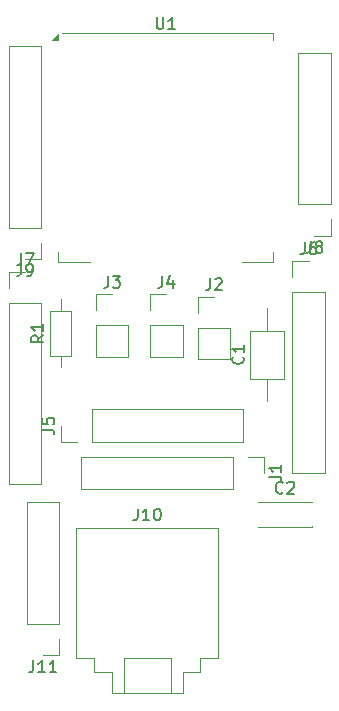
<source format=gbr>
%TF.GenerationSoftware,KiCad,Pcbnew,9.0.7*%
%TF.CreationDate,2026-02-12T01:51:18+01:00*%
%TF.ProjectId,ESP_catphones,4553505f-6361-4747-9068-6f6e65732e6b,rev?*%
%TF.SameCoordinates,Original*%
%TF.FileFunction,Legend,Top*%
%TF.FilePolarity,Positive*%
%FSLAX46Y46*%
G04 Gerber Fmt 4.6, Leading zero omitted, Abs format (unit mm)*
G04 Created by KiCad (PCBNEW 9.0.7) date 2026-02-12 01:51:18*
%MOMM*%
%LPD*%
G01*
G04 APERTURE LIST*
%ADD10C,0.150000*%
%ADD11C,0.120000*%
G04 APERTURE END LIST*
D10*
X24525889Y-56024536D02*
X24525889Y-56738821D01*
X24525889Y-56738821D02*
X24478270Y-56881678D01*
X24478270Y-56881678D02*
X24383032Y-56976917D01*
X24383032Y-56976917D02*
X24240175Y-57024536D01*
X24240175Y-57024536D02*
X24144937Y-57024536D01*
X25525889Y-57024536D02*
X24954461Y-57024536D01*
X25240175Y-57024536D02*
X25240175Y-56024536D01*
X25240175Y-56024536D02*
X25144937Y-56167393D01*
X25144937Y-56167393D02*
X25049699Y-56262631D01*
X25049699Y-56262631D02*
X24954461Y-56310250D01*
X26144937Y-56024536D02*
X26240175Y-56024536D01*
X26240175Y-56024536D02*
X26335413Y-56072155D01*
X26335413Y-56072155D02*
X26383032Y-56119774D01*
X26383032Y-56119774D02*
X26430651Y-56215012D01*
X26430651Y-56215012D02*
X26478270Y-56405488D01*
X26478270Y-56405488D02*
X26478270Y-56643583D01*
X26478270Y-56643583D02*
X26430651Y-56834059D01*
X26430651Y-56834059D02*
X26383032Y-56929297D01*
X26383032Y-56929297D02*
X26335413Y-56976917D01*
X26335413Y-56976917D02*
X26240175Y-57024536D01*
X26240175Y-57024536D02*
X26144937Y-57024536D01*
X26144937Y-57024536D02*
X26049699Y-56976917D01*
X26049699Y-56976917D02*
X26002080Y-56929297D01*
X26002080Y-56929297D02*
X25954461Y-56834059D01*
X25954461Y-56834059D02*
X25906842Y-56643583D01*
X25906842Y-56643583D02*
X25906842Y-56405488D01*
X25906842Y-56405488D02*
X25954461Y-56215012D01*
X25954461Y-56215012D02*
X26002080Y-56119774D01*
X26002080Y-56119774D02*
X26049699Y-56072155D01*
X26049699Y-56072155D02*
X26144937Y-56024536D01*
X39166666Y-33374819D02*
X39166666Y-34089104D01*
X39166666Y-34089104D02*
X39119047Y-34231961D01*
X39119047Y-34231961D02*
X39023809Y-34327200D01*
X39023809Y-34327200D02*
X38880952Y-34374819D01*
X38880952Y-34374819D02*
X38785714Y-34374819D01*
X39785714Y-33803390D02*
X39690476Y-33755771D01*
X39690476Y-33755771D02*
X39642857Y-33708152D01*
X39642857Y-33708152D02*
X39595238Y-33612914D01*
X39595238Y-33612914D02*
X39595238Y-33565295D01*
X39595238Y-33565295D02*
X39642857Y-33470057D01*
X39642857Y-33470057D02*
X39690476Y-33422438D01*
X39690476Y-33422438D02*
X39785714Y-33374819D01*
X39785714Y-33374819D02*
X39976190Y-33374819D01*
X39976190Y-33374819D02*
X40071428Y-33422438D01*
X40071428Y-33422438D02*
X40119047Y-33470057D01*
X40119047Y-33470057D02*
X40166666Y-33565295D01*
X40166666Y-33565295D02*
X40166666Y-33612914D01*
X40166666Y-33612914D02*
X40119047Y-33708152D01*
X40119047Y-33708152D02*
X40071428Y-33755771D01*
X40071428Y-33755771D02*
X39976190Y-33803390D01*
X39976190Y-33803390D02*
X39785714Y-33803390D01*
X39785714Y-33803390D02*
X39690476Y-33851009D01*
X39690476Y-33851009D02*
X39642857Y-33898628D01*
X39642857Y-33898628D02*
X39595238Y-33993866D01*
X39595238Y-33993866D02*
X39595238Y-34184342D01*
X39595238Y-34184342D02*
X39642857Y-34279580D01*
X39642857Y-34279580D02*
X39690476Y-34327200D01*
X39690476Y-34327200D02*
X39785714Y-34374819D01*
X39785714Y-34374819D02*
X39976190Y-34374819D01*
X39976190Y-34374819D02*
X40071428Y-34327200D01*
X40071428Y-34327200D02*
X40119047Y-34279580D01*
X40119047Y-34279580D02*
X40166666Y-34184342D01*
X40166666Y-34184342D02*
X40166666Y-33993866D01*
X40166666Y-33993866D02*
X40119047Y-33898628D01*
X40119047Y-33898628D02*
X40071428Y-33851009D01*
X40071428Y-33851009D02*
X39976190Y-33803390D01*
X14666666Y-34414819D02*
X14666666Y-35129104D01*
X14666666Y-35129104D02*
X14619047Y-35271961D01*
X14619047Y-35271961D02*
X14523809Y-35367200D01*
X14523809Y-35367200D02*
X14380952Y-35414819D01*
X14380952Y-35414819D02*
X14285714Y-35414819D01*
X15047619Y-34414819D02*
X15714285Y-34414819D01*
X15714285Y-34414819D02*
X15285714Y-35414819D01*
X26138095Y-14424819D02*
X26138095Y-15234342D01*
X26138095Y-15234342D02*
X26185714Y-15329580D01*
X26185714Y-15329580D02*
X26233333Y-15377200D01*
X26233333Y-15377200D02*
X26328571Y-15424819D01*
X26328571Y-15424819D02*
X26519047Y-15424819D01*
X26519047Y-15424819D02*
X26614285Y-15377200D01*
X26614285Y-15377200D02*
X26661904Y-15329580D01*
X26661904Y-15329580D02*
X26709523Y-15234342D01*
X26709523Y-15234342D02*
X26709523Y-14424819D01*
X27709523Y-15424819D02*
X27138095Y-15424819D01*
X27423809Y-15424819D02*
X27423809Y-14424819D01*
X27423809Y-14424819D02*
X27328571Y-14567676D01*
X27328571Y-14567676D02*
X27233333Y-14662914D01*
X27233333Y-14662914D02*
X27138095Y-14710533D01*
X30666666Y-36534819D02*
X30666666Y-37249104D01*
X30666666Y-37249104D02*
X30619047Y-37391961D01*
X30619047Y-37391961D02*
X30523809Y-37487200D01*
X30523809Y-37487200D02*
X30380952Y-37534819D01*
X30380952Y-37534819D02*
X30285714Y-37534819D01*
X31095238Y-36630057D02*
X31142857Y-36582438D01*
X31142857Y-36582438D02*
X31238095Y-36534819D01*
X31238095Y-36534819D02*
X31476190Y-36534819D01*
X31476190Y-36534819D02*
X31571428Y-36582438D01*
X31571428Y-36582438D02*
X31619047Y-36630057D01*
X31619047Y-36630057D02*
X31666666Y-36725295D01*
X31666666Y-36725295D02*
X31666666Y-36820533D01*
X31666666Y-36820533D02*
X31619047Y-36963390D01*
X31619047Y-36963390D02*
X31047619Y-37534819D01*
X31047619Y-37534819D02*
X31666666Y-37534819D01*
X33439580Y-43166666D02*
X33487200Y-43214285D01*
X33487200Y-43214285D02*
X33534819Y-43357142D01*
X33534819Y-43357142D02*
X33534819Y-43452380D01*
X33534819Y-43452380D02*
X33487200Y-43595237D01*
X33487200Y-43595237D02*
X33391961Y-43690475D01*
X33391961Y-43690475D02*
X33296723Y-43738094D01*
X33296723Y-43738094D02*
X33106247Y-43785713D01*
X33106247Y-43785713D02*
X32963390Y-43785713D01*
X32963390Y-43785713D02*
X32772914Y-43738094D01*
X32772914Y-43738094D02*
X32677676Y-43690475D01*
X32677676Y-43690475D02*
X32582438Y-43595237D01*
X32582438Y-43595237D02*
X32534819Y-43452380D01*
X32534819Y-43452380D02*
X32534819Y-43357142D01*
X32534819Y-43357142D02*
X32582438Y-43214285D01*
X32582438Y-43214285D02*
X32630057Y-43166666D01*
X33534819Y-42214285D02*
X33534819Y-42785713D01*
X33534819Y-42499999D02*
X32534819Y-42499999D01*
X32534819Y-42499999D02*
X32677676Y-42595237D01*
X32677676Y-42595237D02*
X32772914Y-42690475D01*
X32772914Y-42690475D02*
X32820533Y-42785713D01*
X26626666Y-36324819D02*
X26626666Y-37039104D01*
X26626666Y-37039104D02*
X26579047Y-37181961D01*
X26579047Y-37181961D02*
X26483809Y-37277200D01*
X26483809Y-37277200D02*
X26340952Y-37324819D01*
X26340952Y-37324819D02*
X26245714Y-37324819D01*
X27531428Y-36658152D02*
X27531428Y-37324819D01*
X27293333Y-36277200D02*
X27055238Y-36991485D01*
X27055238Y-36991485D02*
X27674285Y-36991485D01*
X38666666Y-33494819D02*
X38666666Y-34209104D01*
X38666666Y-34209104D02*
X38619047Y-34351961D01*
X38619047Y-34351961D02*
X38523809Y-34447200D01*
X38523809Y-34447200D02*
X38380952Y-34494819D01*
X38380952Y-34494819D02*
X38285714Y-34494819D01*
X39571428Y-33494819D02*
X39380952Y-33494819D01*
X39380952Y-33494819D02*
X39285714Y-33542438D01*
X39285714Y-33542438D02*
X39238095Y-33590057D01*
X39238095Y-33590057D02*
X39142857Y-33732914D01*
X39142857Y-33732914D02*
X39095238Y-33923390D01*
X39095238Y-33923390D02*
X39095238Y-34304342D01*
X39095238Y-34304342D02*
X39142857Y-34399580D01*
X39142857Y-34399580D02*
X39190476Y-34447200D01*
X39190476Y-34447200D02*
X39285714Y-34494819D01*
X39285714Y-34494819D02*
X39476190Y-34494819D01*
X39476190Y-34494819D02*
X39571428Y-34447200D01*
X39571428Y-34447200D02*
X39619047Y-34399580D01*
X39619047Y-34399580D02*
X39666666Y-34304342D01*
X39666666Y-34304342D02*
X39666666Y-34066247D01*
X39666666Y-34066247D02*
X39619047Y-33971009D01*
X39619047Y-33971009D02*
X39571428Y-33923390D01*
X39571428Y-33923390D02*
X39476190Y-33875771D01*
X39476190Y-33875771D02*
X39285714Y-33875771D01*
X39285714Y-33875771D02*
X39190476Y-33923390D01*
X39190476Y-33923390D02*
X39142857Y-33971009D01*
X39142857Y-33971009D02*
X39095238Y-34066247D01*
X16454819Y-49333333D02*
X17169104Y-49333333D01*
X17169104Y-49333333D02*
X17311961Y-49380952D01*
X17311961Y-49380952D02*
X17407200Y-49476190D01*
X17407200Y-49476190D02*
X17454819Y-49619047D01*
X17454819Y-49619047D02*
X17454819Y-49714285D01*
X16454819Y-48380952D02*
X16454819Y-48857142D01*
X16454819Y-48857142D02*
X16931009Y-48904761D01*
X16931009Y-48904761D02*
X16883390Y-48857142D01*
X16883390Y-48857142D02*
X16835771Y-48761904D01*
X16835771Y-48761904D02*
X16835771Y-48523809D01*
X16835771Y-48523809D02*
X16883390Y-48428571D01*
X16883390Y-48428571D02*
X16931009Y-48380952D01*
X16931009Y-48380952D02*
X17026247Y-48333333D01*
X17026247Y-48333333D02*
X17264342Y-48333333D01*
X17264342Y-48333333D02*
X17359580Y-48380952D01*
X17359580Y-48380952D02*
X17407200Y-48428571D01*
X17407200Y-48428571D02*
X17454819Y-48523809D01*
X17454819Y-48523809D02*
X17454819Y-48761904D01*
X17454819Y-48761904D02*
X17407200Y-48857142D01*
X17407200Y-48857142D02*
X17359580Y-48904761D01*
X16534819Y-41356666D02*
X16058628Y-41689999D01*
X16534819Y-41928094D02*
X15534819Y-41928094D01*
X15534819Y-41928094D02*
X15534819Y-41547142D01*
X15534819Y-41547142D02*
X15582438Y-41451904D01*
X15582438Y-41451904D02*
X15630057Y-41404285D01*
X15630057Y-41404285D02*
X15725295Y-41356666D01*
X15725295Y-41356666D02*
X15868152Y-41356666D01*
X15868152Y-41356666D02*
X15963390Y-41404285D01*
X15963390Y-41404285D02*
X16011009Y-41451904D01*
X16011009Y-41451904D02*
X16058628Y-41547142D01*
X16058628Y-41547142D02*
X16058628Y-41928094D01*
X16534819Y-40404285D02*
X16534819Y-40975713D01*
X16534819Y-40689999D02*
X15534819Y-40689999D01*
X15534819Y-40689999D02*
X15677676Y-40785237D01*
X15677676Y-40785237D02*
X15772914Y-40880475D01*
X15772914Y-40880475D02*
X15820533Y-40975713D01*
X22036666Y-36324819D02*
X22036666Y-37039104D01*
X22036666Y-37039104D02*
X21989047Y-37181961D01*
X21989047Y-37181961D02*
X21893809Y-37277200D01*
X21893809Y-37277200D02*
X21750952Y-37324819D01*
X21750952Y-37324819D02*
X21655714Y-37324819D01*
X22417619Y-36324819D02*
X23036666Y-36324819D01*
X23036666Y-36324819D02*
X22703333Y-36705771D01*
X22703333Y-36705771D02*
X22846190Y-36705771D01*
X22846190Y-36705771D02*
X22941428Y-36753390D01*
X22941428Y-36753390D02*
X22989047Y-36801009D01*
X22989047Y-36801009D02*
X23036666Y-36896247D01*
X23036666Y-36896247D02*
X23036666Y-37134342D01*
X23036666Y-37134342D02*
X22989047Y-37229580D01*
X22989047Y-37229580D02*
X22941428Y-37277200D01*
X22941428Y-37277200D02*
X22846190Y-37324819D01*
X22846190Y-37324819D02*
X22560476Y-37324819D01*
X22560476Y-37324819D02*
X22465238Y-37277200D01*
X22465238Y-37277200D02*
X22417619Y-37229580D01*
X14666666Y-35334819D02*
X14666666Y-36049104D01*
X14666666Y-36049104D02*
X14619047Y-36191961D01*
X14619047Y-36191961D02*
X14523809Y-36287200D01*
X14523809Y-36287200D02*
X14380952Y-36334819D01*
X14380952Y-36334819D02*
X14285714Y-36334819D01*
X15190476Y-36334819D02*
X15380952Y-36334819D01*
X15380952Y-36334819D02*
X15476190Y-36287200D01*
X15476190Y-36287200D02*
X15523809Y-36239580D01*
X15523809Y-36239580D02*
X15619047Y-36096723D01*
X15619047Y-36096723D02*
X15666666Y-35906247D01*
X15666666Y-35906247D02*
X15666666Y-35525295D01*
X15666666Y-35525295D02*
X15619047Y-35430057D01*
X15619047Y-35430057D02*
X15571428Y-35382438D01*
X15571428Y-35382438D02*
X15476190Y-35334819D01*
X15476190Y-35334819D02*
X15285714Y-35334819D01*
X15285714Y-35334819D02*
X15190476Y-35382438D01*
X15190476Y-35382438D02*
X15142857Y-35430057D01*
X15142857Y-35430057D02*
X15095238Y-35525295D01*
X15095238Y-35525295D02*
X15095238Y-35763390D01*
X15095238Y-35763390D02*
X15142857Y-35858628D01*
X15142857Y-35858628D02*
X15190476Y-35906247D01*
X15190476Y-35906247D02*
X15285714Y-35953866D01*
X15285714Y-35953866D02*
X15476190Y-35953866D01*
X15476190Y-35953866D02*
X15571428Y-35906247D01*
X15571428Y-35906247D02*
X15619047Y-35858628D01*
X15619047Y-35858628D02*
X15666666Y-35763390D01*
X35684819Y-53333333D02*
X36399104Y-53333333D01*
X36399104Y-53333333D02*
X36541961Y-53380952D01*
X36541961Y-53380952D02*
X36637200Y-53476190D01*
X36637200Y-53476190D02*
X36684819Y-53619047D01*
X36684819Y-53619047D02*
X36684819Y-53714285D01*
X36684819Y-52333333D02*
X36684819Y-52904761D01*
X36684819Y-52619047D02*
X35684819Y-52619047D01*
X35684819Y-52619047D02*
X35827676Y-52714285D01*
X35827676Y-52714285D02*
X35922914Y-52809523D01*
X35922914Y-52809523D02*
X35970533Y-52904761D01*
X36833333Y-54659580D02*
X36785714Y-54707200D01*
X36785714Y-54707200D02*
X36642857Y-54754819D01*
X36642857Y-54754819D02*
X36547619Y-54754819D01*
X36547619Y-54754819D02*
X36404762Y-54707200D01*
X36404762Y-54707200D02*
X36309524Y-54611961D01*
X36309524Y-54611961D02*
X36261905Y-54516723D01*
X36261905Y-54516723D02*
X36214286Y-54326247D01*
X36214286Y-54326247D02*
X36214286Y-54183390D01*
X36214286Y-54183390D02*
X36261905Y-53992914D01*
X36261905Y-53992914D02*
X36309524Y-53897676D01*
X36309524Y-53897676D02*
X36404762Y-53802438D01*
X36404762Y-53802438D02*
X36547619Y-53754819D01*
X36547619Y-53754819D02*
X36642857Y-53754819D01*
X36642857Y-53754819D02*
X36785714Y-53802438D01*
X36785714Y-53802438D02*
X36833333Y-53850057D01*
X37214286Y-53850057D02*
X37261905Y-53802438D01*
X37261905Y-53802438D02*
X37357143Y-53754819D01*
X37357143Y-53754819D02*
X37595238Y-53754819D01*
X37595238Y-53754819D02*
X37690476Y-53802438D01*
X37690476Y-53802438D02*
X37738095Y-53850057D01*
X37738095Y-53850057D02*
X37785714Y-53945295D01*
X37785714Y-53945295D02*
X37785714Y-54040533D01*
X37785714Y-54040533D02*
X37738095Y-54183390D01*
X37738095Y-54183390D02*
X37166667Y-54754819D01*
X37166667Y-54754819D02*
X37785714Y-54754819D01*
X15690476Y-68874819D02*
X15690476Y-69589104D01*
X15690476Y-69589104D02*
X15642857Y-69731961D01*
X15642857Y-69731961D02*
X15547619Y-69827200D01*
X15547619Y-69827200D02*
X15404762Y-69874819D01*
X15404762Y-69874819D02*
X15309524Y-69874819D01*
X16690476Y-69874819D02*
X16119048Y-69874819D01*
X16404762Y-69874819D02*
X16404762Y-68874819D01*
X16404762Y-68874819D02*
X16309524Y-69017676D01*
X16309524Y-69017676D02*
X16214286Y-69112914D01*
X16214286Y-69112914D02*
X16119048Y-69160533D01*
X17642857Y-69874819D02*
X17071429Y-69874819D01*
X17357143Y-69874819D02*
X17357143Y-68874819D01*
X17357143Y-68874819D02*
X17261905Y-69017676D01*
X17261905Y-69017676D02*
X17166667Y-69112914D01*
X17166667Y-69112914D02*
X17071429Y-69160533D01*
D11*
%TO.C,J10*%
X31335413Y-68669717D02*
X29835413Y-68669717D01*
X31335413Y-57669717D02*
X31335413Y-68669717D01*
X29835413Y-69869717D02*
X28335413Y-69869717D01*
X29835413Y-68669717D02*
X29835413Y-69869717D01*
X28335413Y-71669717D02*
X22335413Y-71669717D01*
X28335413Y-69869717D02*
X28335413Y-71669717D01*
X27335413Y-71669717D02*
X27335413Y-68669717D01*
X27335413Y-68669717D02*
X23335413Y-68669717D01*
X23335413Y-68669717D02*
X23335413Y-71669717D01*
X22335413Y-71669717D02*
X22335413Y-69869717D01*
X22335413Y-69869717D02*
X20835413Y-69869717D01*
X20835413Y-69869717D02*
X20835413Y-68669717D01*
X20835413Y-68669717D02*
X19335413Y-68669717D01*
X19335413Y-68669717D02*
X19335413Y-57669717D01*
X19335413Y-57669717D02*
X31335413Y-57669717D01*
%TO.C,J8*%
X38120000Y-30270000D02*
X38120000Y-17460000D01*
X40880000Y-17460000D02*
X38120000Y-17460000D01*
X40880000Y-30270000D02*
X38120000Y-30270000D01*
X40880000Y-30270000D02*
X40880000Y-17460000D01*
X40880000Y-31540000D02*
X40880000Y-32920000D01*
X40880000Y-32920000D02*
X39500000Y-32920000D01*
%TO.C,J7*%
X16380000Y-38610000D02*
X16380000Y-53960000D01*
X13620000Y-53960000D02*
X16380000Y-53960000D01*
X13620000Y-38610000D02*
X16380000Y-38610000D01*
X13620000Y-38610000D02*
X13620000Y-53960000D01*
X13620000Y-37340000D02*
X13620000Y-35960000D01*
X13620000Y-35960000D02*
X15000000Y-35960000D01*
%TO.C,U1*%
X17790000Y-16320000D02*
X17290000Y-16320000D01*
X17790000Y-15820000D01*
X17790000Y-16320000D01*
G36*
X17790000Y-16320000D02*
G01*
X17290000Y-16320000D01*
X17790000Y-15820000D01*
X17790000Y-16320000D01*
G37*
X36010000Y-34280000D02*
X36010000Y-35180000D01*
X36010000Y-15760000D02*
X36010000Y-16350000D01*
X33325000Y-35180000D02*
X36010000Y-35180000D01*
X18100000Y-15760000D02*
X36010000Y-15760000D01*
X17790000Y-35180000D02*
X20475000Y-35180000D01*
X17790000Y-34280000D02*
X17790000Y-35180000D01*
%TO.C,J2*%
X29620000Y-38080000D02*
X31000000Y-38080000D01*
X29620000Y-39460000D02*
X29620000Y-38080000D01*
X29620000Y-40730000D02*
X29620000Y-43380000D01*
X29620000Y-40730000D02*
X32380000Y-40730000D01*
X29620000Y-43380000D02*
X32380000Y-43380000D01*
X32380000Y-40730000D02*
X32380000Y-43380000D01*
%TO.C,C1*%
X35500000Y-39040000D02*
X35500000Y-40980000D01*
X35500000Y-46960000D02*
X35500000Y-45020000D01*
X34080000Y-45020000D02*
X36920000Y-45020000D01*
X36920000Y-40980000D01*
X34080000Y-40980000D01*
X34080000Y-45020000D01*
%TO.C,J4*%
X25580000Y-37870000D02*
X26960000Y-37870000D01*
X25580000Y-39250000D02*
X25580000Y-37870000D01*
X25580000Y-40520000D02*
X25580000Y-43170000D01*
X25580000Y-40520000D02*
X28340000Y-40520000D01*
X25580000Y-43170000D02*
X28340000Y-43170000D01*
X28340000Y-40520000D02*
X28340000Y-43170000D01*
%TO.C,J6*%
X37620000Y-35040000D02*
X39000000Y-35040000D01*
X37620000Y-36420000D02*
X37620000Y-35040000D01*
X37620000Y-37690000D02*
X37620000Y-53040000D01*
X37620000Y-37690000D02*
X40380000Y-37690000D01*
X37620000Y-53040000D02*
X40380000Y-53040000D01*
X40380000Y-37690000D02*
X40380000Y-53040000D01*
%TO.C,J5*%
X18000000Y-50380000D02*
X18000000Y-49000000D01*
X19380000Y-50380000D02*
X18000000Y-50380000D01*
X20650000Y-47620000D02*
X33460000Y-47620000D01*
X20650000Y-50380000D02*
X20650000Y-47620000D01*
X20650000Y-50380000D02*
X33460000Y-50380000D01*
X33460000Y-50380000D02*
X33460000Y-47620000D01*
%TO.C,R1*%
X18000000Y-38320000D02*
X18000000Y-39270000D01*
X18000000Y-44060000D02*
X18000000Y-43110000D01*
X17080000Y-43110000D02*
X18920000Y-43110000D01*
X18920000Y-39270000D01*
X17080000Y-39270000D01*
X17080000Y-43110000D01*
%TO.C,J3*%
X20990000Y-37870000D02*
X22370000Y-37870000D01*
X20990000Y-39250000D02*
X20990000Y-37870000D01*
X20990000Y-40520000D02*
X20990000Y-43170000D01*
X20990000Y-40520000D02*
X23750000Y-40520000D01*
X20990000Y-43170000D02*
X23750000Y-43170000D01*
X23750000Y-40520000D02*
X23750000Y-43170000D01*
%TO.C,J9*%
X16380000Y-34880000D02*
X15000000Y-34880000D01*
X16380000Y-33500000D02*
X16380000Y-34880000D01*
X16380000Y-32230000D02*
X16380000Y-16880000D01*
X16380000Y-32230000D02*
X13620000Y-32230000D01*
X16380000Y-16880000D02*
X13620000Y-16880000D01*
X13620000Y-32230000D02*
X13620000Y-16880000D01*
%TO.C,J1*%
X19770000Y-51620000D02*
X19770000Y-54380000D01*
X32580000Y-51620000D02*
X19770000Y-51620000D01*
X32580000Y-51620000D02*
X32580000Y-54380000D01*
X32580000Y-54380000D02*
X19770000Y-54380000D01*
X33850000Y-51620000D02*
X35230000Y-51620000D01*
X35230000Y-51620000D02*
X35230000Y-53000000D01*
%TO.C,C2*%
X34730000Y-55430000D02*
X39270000Y-55430000D01*
X34730000Y-55486000D02*
X34730000Y-55430000D01*
X39270000Y-57514000D02*
X39270000Y-57570000D01*
X39270000Y-57570000D02*
X34730000Y-57570000D01*
%TO.C,J11*%
X17880000Y-68420000D02*
X16500000Y-68420000D01*
X17880000Y-67040000D02*
X17880000Y-68420000D01*
X17880000Y-65770000D02*
X17880000Y-55500000D01*
X17880000Y-65770000D02*
X15120000Y-65770000D01*
X17880000Y-55500000D02*
X15120000Y-55500000D01*
X15120000Y-65770000D02*
X15120000Y-55500000D01*
%TD*%
M02*

</source>
